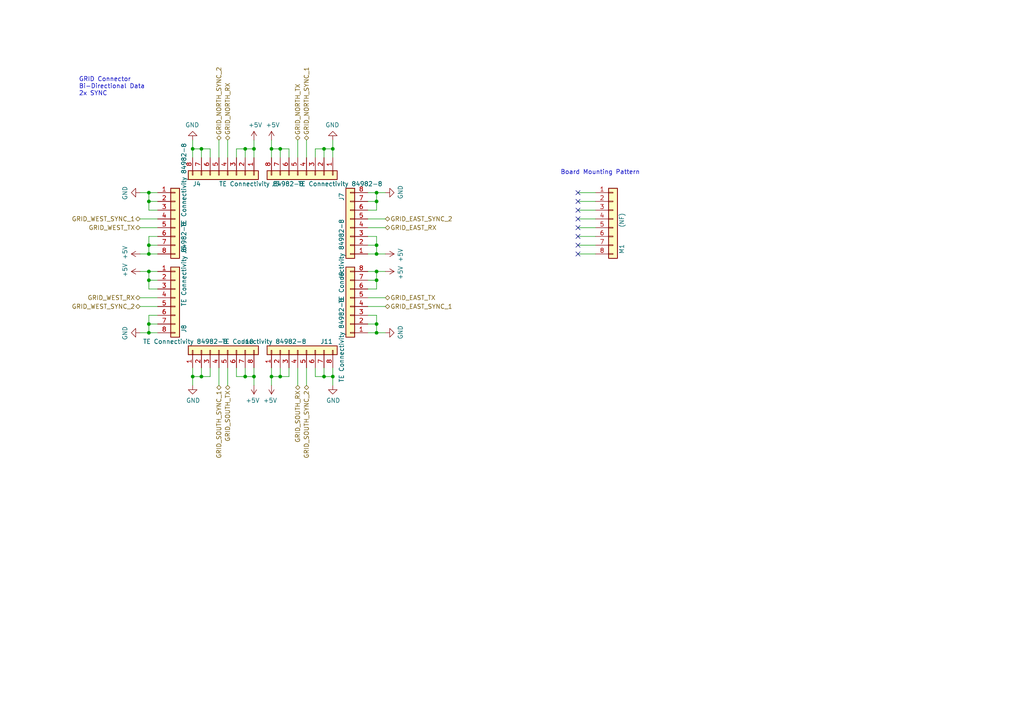
<source format=kicad_sch>
(kicad_sch (version 20211123) (generator eeschema)
  (paper "A4")
  (lib_symbols
    (symbol "Connector_Generic:Conn_01x08" (pin_names (offset 1.016) hide)
      (property "Reference" "J" (at 0 10.16 0))
      (property "Value" "Conn_01x08" (at 0 -12.7 0))
      (symbol "Conn_01x08_1_1"
        (rectangle (start -1.27 -10.033) (end 0 -10.287) (stroke (width 0.1524)))
        (rectangle (start -1.27 -7.493) (end 0 -7.747) (stroke (width 0.1524)))
        (rectangle (start -1.27 -4.953) (end 0 -5.207) (stroke (width 0.1524)))
        (rectangle (start -1.27 -2.413) (end 0 -2.667) (stroke (width 0.1524)))
        (rectangle (start -1.27 0.127) (end 0 -0.127) (stroke (width 0.1524)))
        (rectangle (start -1.27 2.667) (end 0 2.413) (stroke (width 0.1524)))
        (rectangle (start -1.27 5.207) (end 0 4.953) (stroke (width 0.1524)))
        (rectangle (start -1.27 7.747) (end 0 7.493) (stroke (width 0.1524)))
        (rectangle (start -1.27 8.89) (end 1.27 -11.43) (stroke (width 0.254)) (fill (type background)))
        (pin passive line (at -5.08 7.62 0) (length 3.81) (name "Pin_1") (number "1"))
        (pin passive line (at -5.08 5.08 0) (length 3.81) (name "Pin_2") (number "2"))
        (pin passive line (at -5.08 2.54 0) (length 3.81) (name "Pin_3") (number "3"))
        (pin passive line (at -5.08 0 0) (length 3.81) (name "Pin_4") (number "4"))
        (pin passive line (at -5.08 -2.54 0) (length 3.81) (name "Pin_5") (number "5"))
        (pin passive line (at -5.08 -5.08 0) (length 3.81) (name "Pin_6") (number "6"))
        (pin passive line (at -5.08 -7.62 0) (length 3.81) (name "Pin_7") (number "7"))
        (pin passive line (at -5.08 -10.16 0) (length 3.81) (name "Pin_8") (number "8"))
      )
    )
    (symbol "power:+5V" (power) (pin_names (offset 0))
      (property "Value" "+5V" (at 0 3.556 0))
      (symbol "+5V_0_1"
        (polyline (pts (xy -0.762 1.27) (xy 0 2.54)))
        (polyline (pts (xy 0 0) (xy 0 2.54)))
        (polyline (pts (xy 0 2.54) (xy 0.762 1.27)))
      )
      (symbol "+5V_1_1"
        (pin power_in line (at 0 0 90) (length 0) hide (name "+5V") (number "1"))
      )
    )
    (symbol "power:GND" (power) (pin_names (offset 0))
      (property "Value" "GND" (at 0 -3.81 0))
      (symbol "GND_0_1"
        (polyline (pts (xy 0 0) (xy 0 -1.27) (xy 1.27 -1.27) (xy 0 -2.54) (xy -1.27 -1.27) (xy 0 -1.27)))
      )
      (symbol "GND_1_1"
        (pin power_in line (at 0 0 270) (length 0) hide (name "GND") (number "1"))
      )
    )
  )
  (junction (at 43.18 55.88))
  (junction (at 96.52 109.22))
  (junction (at 93.98 109.22))
  (junction (at 43.18 73.66))
  (junction (at 73.66 43.18))
  (junction (at 55.88 43.18))
  (junction (at 109.22 73.66))
  (junction (at 109.22 78.74))
  (junction (at 109.22 96.52))
  (junction (at 78.74 109.22))
  (junction (at 93.98 43.18))
  (junction (at 109.22 71.12))
  (junction (at 78.74 43.18))
  (junction (at 73.66 109.22))
  (junction (at 71.12 109.22))
  (junction (at 109.22 93.98))
  (junction (at 109.22 58.42))
  (junction (at 81.28 43.18))
  (junction (at 43.18 96.52))
  (junction (at 58.42 43.18))
  (junction (at 43.18 93.98))
  (junction (at 58.42 109.22))
  (junction (at 43.18 71.12))
  (junction (at 43.18 81.28))
  (junction (at 81.28 109.22))
  (junction (at 55.88 109.22))
  (junction (at 96.52 43.18))
  (junction (at 43.18 58.42))
  (junction (at 71.12 43.18))
  (junction (at 109.22 55.88))
  (junction (at 109.22 81.28))
  (junction (at 43.18 78.74))
  (no_connect (at 167.64 63.5))
  (no_connect (at 167.64 66.04))
  (no_connect (at 167.64 55.88))
  (no_connect (at 167.64 60.96))
  (no_connect (at 167.64 73.66))
  (no_connect (at 167.64 71.12))
  (no_connect (at 167.64 68.58))
  (no_connect (at 167.64 58.42))
  (wire (pts (xy 60.96 43.18) (xy 60.96 45.72)))
  (wire (pts (xy 106.68 71.12) (xy 109.22 71.12)))
  (wire (pts (xy 43.18 58.42) (xy 43.18 55.88)))
  (wire (pts (xy 43.18 96.52) (xy 43.18 93.98)))
  (wire (pts (xy 81.28 109.22) (xy 78.74 109.22)))
  (wire (pts (xy 93.98 43.18) (xy 96.52 43.18)))
  (wire (pts (xy 55.88 40.64) (xy 55.88 43.18)))
  (wire (pts (xy 45.72 60.96) (xy 43.18 60.96)))
  (wire (pts (xy 83.82 106.68) (xy 83.82 109.22)))
  (wire (pts (xy 55.88 111.76) (xy 55.88 109.22)))
  (wire (pts (xy 93.98 45.72) (xy 93.98 43.18)))
  (wire (pts (xy 66.04 106.68) (xy 66.04 111.76)))
  (wire (pts (xy 43.18 60.96) (xy 43.18 58.42)))
  (wire (pts (xy 109.22 73.66) (xy 111.76 73.66)))
  (wire (pts (xy 172.72 66.04) (xy 167.64 66.04)))
  (wire (pts (xy 66.04 45.72) (xy 66.04 40.64)))
  (wire (pts (xy 172.72 58.42) (xy 167.64 58.42)))
  (wire (pts (xy 96.52 109.22) (xy 93.98 109.22)))
  (wire (pts (xy 58.42 45.72) (xy 58.42 43.18)))
  (wire (pts (xy 40.64 88.9) (xy 45.72 88.9)))
  (wire (pts (xy 106.68 96.52) (xy 109.22 96.52)))
  (wire (pts (xy 71.12 109.22) (xy 68.58 109.22)))
  (wire (pts (xy 45.72 66.04) (xy 40.64 66.04)))
  (wire (pts (xy 55.88 43.18) (xy 58.42 43.18)))
  (wire (pts (xy 71.12 43.18) (xy 73.66 43.18)))
  (wire (pts (xy 45.72 83.82) (xy 43.18 83.82)))
  (wire (pts (xy 45.72 86.36) (xy 40.64 86.36)))
  (wire (pts (xy 43.18 83.82) (xy 43.18 81.28)))
  (wire (pts (xy 106.68 68.58) (xy 109.22 68.58)))
  (wire (pts (xy 45.72 78.74) (xy 43.18 78.74)))
  (wire (pts (xy 68.58 43.18) (xy 71.12 43.18)))
  (wire (pts (xy 106.68 86.36) (xy 111.76 86.36)))
  (wire (pts (xy 172.72 63.5) (xy 167.64 63.5)))
  (wire (pts (xy 109.22 78.74) (xy 111.76 78.74)))
  (wire (pts (xy 109.22 68.58) (xy 109.22 71.12)))
  (wire (pts (xy 109.22 93.98) (xy 109.22 96.52)))
  (wire (pts (xy 68.58 45.72) (xy 68.58 43.18)))
  (wire (pts (xy 58.42 109.22) (xy 55.88 109.22)))
  (wire (pts (xy 43.18 71.12) (xy 43.18 68.58)))
  (wire (pts (xy 172.72 68.58) (xy 167.64 68.58)))
  (wire (pts (xy 55.88 45.72) (xy 55.88 43.18)))
  (wire (pts (xy 109.22 60.96) (xy 106.68 60.96)))
  (wire (pts (xy 109.22 55.88) (xy 109.22 58.42)))
  (wire (pts (xy 86.36 106.68) (xy 86.36 111.76)))
  (wire (pts (xy 43.18 81.28) (xy 43.18 78.74)))
  (wire (pts (xy 83.82 43.18) (xy 83.82 45.72)))
  (wire (pts (xy 93.98 106.68) (xy 93.98 109.22)))
  (wire (pts (xy 58.42 43.18) (xy 60.96 43.18)))
  (wire (pts (xy 43.18 73.66) (xy 40.64 73.66)))
  (wire (pts (xy 106.68 66.04) (xy 111.76 66.04)))
  (wire (pts (xy 91.44 43.18) (xy 93.98 43.18)))
  (wire (pts (xy 106.68 93.98) (xy 109.22 93.98)))
  (wire (pts (xy 78.74 45.72) (xy 78.74 43.18)))
  (wire (pts (xy 45.72 96.52) (xy 43.18 96.52)))
  (wire (pts (xy 106.68 58.42) (xy 109.22 58.42)))
  (wire (pts (xy 43.18 93.98) (xy 43.18 91.44)))
  (wire (pts (xy 73.66 109.22) (xy 73.66 111.76)))
  (wire (pts (xy 68.58 109.22) (xy 68.58 106.68)))
  (wire (pts (xy 96.52 40.64) (xy 96.52 43.18)))
  (wire (pts (xy 60.96 109.22) (xy 58.42 109.22)))
  (wire (pts (xy 78.74 43.18) (xy 78.74 40.64)))
  (wire (pts (xy 111.76 96.52) (xy 109.22 96.52)))
  (wire (pts (xy 58.42 106.68) (xy 58.42 109.22)))
  (wire (pts (xy 45.72 58.42) (xy 43.18 58.42)))
  (wire (pts (xy 109.22 58.42) (xy 109.22 60.96)))
  (wire (pts (xy 111.76 63.5) (xy 106.68 63.5)))
  (wire (pts (xy 45.72 81.28) (xy 43.18 81.28)))
  (wire (pts (xy 73.66 43.18) (xy 73.66 40.64)))
  (wire (pts (xy 91.44 45.72) (xy 91.44 43.18)))
  (wire (pts (xy 55.88 106.68) (xy 55.88 109.22)))
  (wire (pts (xy 73.66 109.22) (xy 71.12 109.22)))
  (wire (pts (xy 63.5 40.64) (xy 63.5 45.72)))
  (wire (pts (xy 78.74 106.68) (xy 78.74 109.22)))
  (wire (pts (xy 73.66 106.68) (xy 73.66 109.22)))
  (wire (pts (xy 109.22 71.12) (xy 109.22 73.66)))
  (wire (pts (xy 96.52 106.68) (xy 96.52 109.22)))
  (wire (pts (xy 73.66 45.72) (xy 73.66 43.18)))
  (wire (pts (xy 106.68 81.28) (xy 109.22 81.28)))
  (wire (pts (xy 172.72 71.12) (xy 167.64 71.12)))
  (wire (pts (xy 88.9 111.76) (xy 88.9 106.68)))
  (wire (pts (xy 106.68 55.88) (xy 109.22 55.88)))
  (wire (pts (xy 106.68 88.9) (xy 111.76 88.9)))
  (wire (pts (xy 40.64 96.52) (xy 43.18 96.52)))
  (wire (pts (xy 45.72 55.88) (xy 43.18 55.88)))
  (wire (pts (xy 109.22 78.74) (xy 109.22 81.28)))
  (wire (pts (xy 71.12 45.72) (xy 71.12 43.18)))
  (wire (pts (xy 91.44 109.22) (xy 91.44 106.68)))
  (wire (pts (xy 81.28 43.18) (xy 83.82 43.18)))
  (wire (pts (xy 172.72 55.88) (xy 167.64 55.88)))
  (wire (pts (xy 45.72 73.66) (xy 43.18 73.66)))
  (wire (pts (xy 86.36 45.72) (xy 86.36 40.64)))
  (wire (pts (xy 106.68 73.66) (xy 109.22 73.66)))
  (wire (pts (xy 60.96 106.68) (xy 60.96 109.22)))
  (wire (pts (xy 45.72 63.5) (xy 40.64 63.5)))
  (wire (pts (xy 96.52 45.72) (xy 96.52 43.18)))
  (wire (pts (xy 43.18 73.66) (xy 43.18 71.12)))
  (wire (pts (xy 109.22 81.28) (xy 109.22 83.82)))
  (wire (pts (xy 81.28 106.68) (xy 81.28 109.22)))
  (wire (pts (xy 78.74 109.22) (xy 78.74 111.76)))
  (wire (pts (xy 71.12 106.68) (xy 71.12 109.22)))
  (wire (pts (xy 172.72 60.96) (xy 167.64 60.96)))
  (wire (pts (xy 43.18 68.58) (xy 45.72 68.58)))
  (wire (pts (xy 43.18 91.44) (xy 45.72 91.44)))
  (wire (pts (xy 109.22 91.44) (xy 109.22 93.98)))
  (wire (pts (xy 88.9 45.72) (xy 88.9 40.64)))
  (wire (pts (xy 45.72 93.98) (xy 43.18 93.98)))
  (wire (pts (xy 63.5 106.68) (xy 63.5 111.76)))
  (wire (pts (xy 96.52 111.76) (xy 96.52 109.22)))
  (wire (pts (xy 106.68 78.74) (xy 109.22 78.74)))
  (wire (pts (xy 109.22 83.82) (xy 106.68 83.82)))
  (wire (pts (xy 81.28 45.72) (xy 81.28 43.18)))
  (wire (pts (xy 83.82 109.22) (xy 81.28 109.22)))
  (wire (pts (xy 106.68 91.44) (xy 109.22 91.44)))
  (wire (pts (xy 45.72 71.12) (xy 43.18 71.12)))
  (wire (pts (xy 40.64 55.88) (xy 43.18 55.88)))
  (wire (pts (xy 43.18 78.74) (xy 40.64 78.74)))
  (wire (pts (xy 172.72 73.66) (xy 167.64 73.66)))
  (wire (pts (xy 78.74 43.18) (xy 81.28 43.18)))
  (wire (pts (xy 111.76 55.88) (xy 109.22 55.88)))
  (wire (pts (xy 93.98 109.22) (xy 91.44 109.22)))
  (text "Board Mounting Pattern\n" (at 162.56 50.8 0) (effects (font (size 1.27 1.27)) (justify left bottom)))
  (text "GRID Connector\nBi-Directional Data\n2x SYNC\n" (at 22.86 27.94 0) (effects (font (size 1.27 1.27)) (justify left bottom)))
  (hierarchical_label "GRID_NORTH_RX" (shape bidirectional) (at 66.04 40.64 90))
  (hierarchical_label "GRID_NORTH_TX" (shape bidirectional) (at 86.36 40.64 90))
  (hierarchical_label "GRID_SOUTH_SYNC_1" (shape bidirectional) (at 63.5 111.76 270))
  (hierarchical_label "GRID_NORTH_SYNC_1" (shape bidirectional) (at 88.9 40.64 90))
  (hierarchical_label "GRID_SOUTH_TX" (shape bidirectional) (at 66.04 111.76 270))
  (hierarchical_label "GRID_SOUTH_RX" (shape bidirectional) (at 86.36 111.76 270))
  (hierarchical_label "GRID_EAST_RX" (shape bidirectional) (at 111.76 66.04 0))
  (hierarchical_label "GRID_WEST_SYNC_2" (shape bidirectional) (at 40.64 88.9 180))
  (hierarchical_label "GRID_NORTH_SYNC_2" (shape bidirectional) (at 63.5 40.64 90))
  (hierarchical_label "GRID_EAST_TX" (shape bidirectional) (at 111.76 86.36 0))
  (hierarchical_label "GRID_WEST_TX" (shape bidirectional) (at 40.64 66.04 180))
  (hierarchical_label "GRID_WEST_RX" (shape bidirectional) (at 40.64 86.36 180))
  (hierarchical_label "GRID_EAST_SYNC_1" (shape bidirectional) (at 111.76 88.9 0))
  (hierarchical_label "GRID_SOUTH_SYNC_2" (shape bidirectional) (at 88.9 111.76 270))
  (hierarchical_label "GRID_WEST_SYNC_1" (shape bidirectional) (at 40.64 63.5 180))
  (hierarchical_label "GRID_EAST_SYNC_2" (shape bidirectional) (at 111.76 63.5 0))
  (symbol (lib_id "Connector_Generic:Conn_01x08") (at 50.8 63.5 0) (unit 1)
    (property "Reference" "J6" (at 53.34 73.66 90) (effects (justify left)))
    (property "Value" "TE Connectivity 84982-8" (at 53.34 66.04 90) (effects (justify left)))
    (property "Footprint" "suku_basics:grid_ffc_8_vertical_smd" (effects hide))
  )
  (symbol (lib_id "Connector_Generic:Conn_01x08") (at 50.8 86.36 0) (unit 1)
    (property "Reference" "J8" (at 53.34 96.52 90) (effects (justify left)))
    (property "Value" "TE Connectivity 84982-8" (at 53.34 88.9 90) (effects (justify left)))
    (property "Footprint" "suku_basics:grid_ffc_8_vertical_smd" (effects hide))
  )
  (symbol (lib_id "power:+5V") (at 40.64 73.66 90) (unit 1)
    (property "Reference" "#PWR0193" (effects hide))
    (property "Value" "+5V" (at 36.2458 73.279 0))
  )
  (symbol (lib_id "power:GND") (at 40.64 96.52 270) (unit 1)
    (property "Reference" "#PWR0197" (effects hide))
    (property "Value" "GND" (at 36.2458 96.647 0))
  )
  (symbol (lib_id "power:GND") (at 40.64 55.88 270) (unit 1)
    (property "Reference" "#PWR0191" (effects hide))
    (property "Value" "GND" (at 36.2458 56.007 0))
  )
  (symbol (lib_id "power:+5V") (at 40.64 78.74 90) (unit 1)
    (property "Reference" "#PWR0195" (effects hide))
    (property "Value" "+5V" (at 36.2458 78.359 0))
  )
  (symbol (lib_id "Connector_Generic:Conn_01x08") (at 88.9 50.8 270) (unit 1)
    (property "Reference" "J5" (at 78.74 53.34 90) (effects (justify left)))
    (property "Value" "TE Connectivity 84982-8" (at 86.36 53.34 90) (effects (justify left)))
    (property "Footprint" "suku_basics:grid_ffc_8_vertical_smd" (effects hide))
  )
  (symbol (lib_id "Connector_Generic:Conn_01x08") (at 66.04 50.8 270) (unit 1)
    (property "Reference" "J4" (at 55.88 53.34 90) (effects (justify left)))
    (property "Value" "TE Connectivity 84982-8" (at 63.5 53.34 90) (effects (justify left)))
    (property "Footprint" "suku_basics:grid_ffc_8_vertical_smd" (effects hide))
  )
  (symbol (lib_id "power:+5V") (at 78.74 40.64 0) (unit 1)
    (property "Reference" "#PWR0189" (effects hide))
    (property "Value" "+5V" (at 79.121 36.2458 0))
  )
  (symbol (lib_id "power:GND") (at 55.88 40.64 180) (unit 1)
    (property "Reference" "#PWR0187" (effects hide))
    (property "Value" "GND" (at 55.753 36.2458 0))
  )
  (symbol (lib_id "power:GND") (at 96.52 40.64 180) (unit 1)
    (property "Reference" "#PWR0190" (effects hide))
    (property "Value" "GND" (at 96.393 36.2458 0))
  )
  (symbol (lib_id "power:+5V") (at 73.66 40.64 0) (unit 1)
    (property "Reference" "#PWR0188" (effects hide))
    (property "Value" "+5V" (at 74.041 36.2458 0))
  )
  (symbol (lib_id "Connector_Generic:Conn_01x08") (at 101.6 88.9 180) (unit 1)
    (property "Reference" "J9" (at 99.06 78.74 90) (effects (justify left)))
    (property "Value" "TE Connectivity 84982-8" (at 99.06 86.36 90) (effects (justify left)))
    (property "Footprint" "suku_basics:grid_ffc_8_vertical_smd" (effects hide))
  )
  (symbol (lib_id "Connector_Generic:Conn_01x08") (at 101.6 66.04 180) (unit 1)
    (property "Reference" "J7" (at 99.06 55.88 90) (effects (justify left)))
    (property "Value" "TE Connectivity 84982-8" (at 99.06 63.5 90) (effects (justify left)))
    (property "Footprint" "suku_basics:grid_ffc_8_vertical_smd" (effects hide))
  )
  (symbol (lib_id "power:+5V") (at 111.76 78.74 270) (unit 1)
    (property "Reference" "#PWR0196" (effects hide))
    (property "Value" "+5V" (at 116.1542 79.121 0))
  )
  (symbol (lib_id "power:GND") (at 111.76 55.88 90) (unit 1)
    (property "Reference" "#PWR0192" (effects hide))
    (property "Value" "GND" (at 116.1542 55.753 0))
  )
  (symbol (lib_id "power:GND") (at 111.76 96.52 90) (unit 1)
    (property "Reference" "#PWR0198" (effects hide))
    (property "Value" "GND" (at 116.1542 96.393 0))
  )
  (symbol (lib_id "power:+5V") (at 111.76 73.66 270) (unit 1)
    (property "Reference" "#PWR0194" (effects hide))
    (property "Value" "+5V" (at 116.1542 74.041 0))
  )
  (symbol (lib_id "Connector_Generic:Conn_01x08") (at 63.5 101.6 90) (unit 1)
    (property "Reference" "J10" (at 73.66 99.06 90) (effects (justify left)))
    (property "Value" "TE Connectivity 84982-8" (at 66.04 99.06 90) (effects (justify left)))
    (property "Footprint" "suku_basics:grid_ffc_8_vertical_smd" (effects hide))
  )
  (symbol (lib_id "Connector_Generic:Conn_01x08") (at 86.36 101.6 90) (unit 1)
    (property "Reference" "J11" (at 96.52 99.06 90) (effects (justify left)))
    (property "Value" "TE Connectivity 84982-8" (at 88.9 99.06 90) (effects (justify left)))
    (property "Footprint" "suku_basics:grid_ffc_8_vertical_smd" (effects hide))
  )
  (symbol (lib_id "power:+5V") (at 73.66 111.76 180) (unit 1)
    (property "Reference" "#PWR0200" (effects hide))
    (property "Value" "+5V" (at 73.279 116.1542 0))
  )
  (symbol (lib_id "power:GND") (at 96.52 111.76 0) (unit 1)
    (property "Reference" "#PWR0202" (effects hide))
    (property "Value" "GND" (at 96.647 116.1542 0))
  )
  (symbol (lib_id "power:GND") (at 55.88 111.76 0) (unit 1)
    (property "Reference" "#PWR0199" (effects hide))
    (property "Value" "GND" (at 56.007 116.1542 0))
  )
  (symbol (lib_id "power:+5V") (at 78.74 111.76 180) (unit 1)
    (property "Reference" "#PWR0201" (effects hide))
    (property "Value" "+5V" (at 78.359 116.1542 0))
  )
  (symbol (lib_id "Connector_Generic:Conn_01x08") (at 177.8 63.5 0) (unit 1)
    (property "Reference" "M1" (at 180.34 73.66 90) (effects (justify left)))
    (property "Value" "(NF)" (at 180.34 66.04 90) (effects (justify left)))
    (property "Footprint" "suku_basics:grid_outline" (effects hide))
  )
)
</source>
